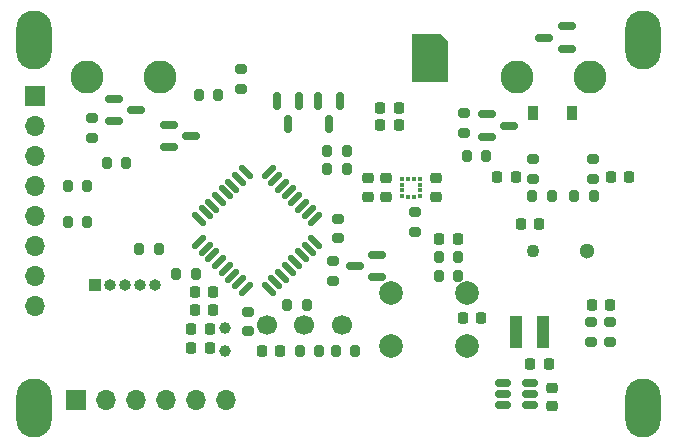
<source format=gbr>
%TF.GenerationSoftware,KiCad,Pcbnew,6.0.2-1.fc35*%
%TF.CreationDate,2022-05-07T18:41:26+02:00*%
%TF.ProjectId,LEDnode,4c45446e-6f64-4652-9e6b-696361645f70,rev?*%
%TF.SameCoordinates,Original*%
%TF.FileFunction,Soldermask,Bot*%
%TF.FilePolarity,Negative*%
%FSLAX46Y46*%
G04 Gerber Fmt 4.6, Leading zero omitted, Abs format (unit mm)*
G04 Created by KiCad (PCBNEW 6.0.2-1.fc35) date 2022-05-07 18:41:26*
%MOMM*%
%LPD*%
G01*
G04 APERTURE LIST*
G04 Aperture macros list*
%AMRoundRect*
0 Rectangle with rounded corners*
0 $1 Rounding radius*
0 $2 $3 $4 $5 $6 $7 $8 $9 X,Y pos of 4 corners*
0 Add a 4 corners polygon primitive as box body*
4,1,4,$2,$3,$4,$5,$6,$7,$8,$9,$2,$3,0*
0 Add four circle primitives for the rounded corners*
1,1,$1+$1,$2,$3*
1,1,$1+$1,$4,$5*
1,1,$1+$1,$6,$7*
1,1,$1+$1,$8,$9*
0 Add four rect primitives between the rounded corners*
20,1,$1+$1,$2,$3,$4,$5,0*
20,1,$1+$1,$4,$5,$6,$7,0*
20,1,$1+$1,$6,$7,$8,$9,0*
20,1,$1+$1,$8,$9,$2,$3,0*%
%AMOutline5P*
0 Free polygon, 5 corners , with rotation*
0 The origin of the aperture is its center*
0 number of corners: always 5*
0 $1 to $10 corner X, Y*
0 $11 Rotation angle, in degrees counterclockwise*
0 create outline with 5 corners*
4,1,5,$1,$2,$3,$4,$5,$6,$7,$8,$9,$10,$1,$2,$11*%
%AMOutline6P*
0 Free polygon, 6 corners , with rotation*
0 The origin of the aperture is its center*
0 number of corners: always 6*
0 $1 to $12 corner X, Y*
0 $13 Rotation angle, in degrees counterclockwise*
0 create outline with 6 corners*
4,1,6,$1,$2,$3,$4,$5,$6,$7,$8,$9,$10,$11,$12,$1,$2,$13*%
%AMOutline7P*
0 Free polygon, 7 corners , with rotation*
0 The origin of the aperture is its center*
0 number of corners: always 7*
0 $1 to $14 corner X, Y*
0 $15 Rotation angle, in degrees counterclockwise*
0 create outline with 7 corners*
4,1,7,$1,$2,$3,$4,$5,$6,$7,$8,$9,$10,$11,$12,$13,$14,$1,$2,$15*%
%AMOutline8P*
0 Free polygon, 8 corners , with rotation*
0 The origin of the aperture is its center*
0 number of corners: always 8*
0 $1 to $16 corner X, Y*
0 $17 Rotation angle, in degrees counterclockwise*
0 create outline with 8 corners*
4,1,8,$1,$2,$3,$4,$5,$6,$7,$8,$9,$10,$11,$12,$13,$14,$15,$16,$1,$2,$17*%
G04 Aperture macros list end*
%ADD10Outline5P,-1.500000X2.000000X1.500000X2.000000X1.500000X-2.000000X-0.900000X-2.000000X-1.500000X-1.400000X180.000000*%
%ADD11C,2.000000*%
%ADD12RoundRect,0.200000X-0.275000X0.200000X-0.275000X-0.200000X0.275000X-0.200000X0.275000X0.200000X0*%
%ADD13RoundRect,0.200000X0.200000X0.275000X-0.200000X0.275000X-0.200000X-0.275000X0.200000X-0.275000X0*%
%ADD14RoundRect,0.150000X-0.587500X-0.150000X0.587500X-0.150000X0.587500X0.150000X-0.587500X0.150000X0*%
%ADD15C,2.800000*%
%ADD16C,1.100000*%
%ADD17C,1.300000*%
%ADD18RoundRect,1.500000X0.000000X-1.000000X0.000000X-1.000000X0.000000X1.000000X0.000000X1.000000X0*%
%ADD19R,1.700000X1.700000*%
%ADD20O,1.700000X1.700000*%
%ADD21C,1.700000*%
%ADD22C,1.000000*%
%ADD23R,1.000000X1.000000*%
%ADD24O,1.000000X1.000000*%
%ADD25RoundRect,0.200000X0.275000X-0.200000X0.275000X0.200000X-0.275000X0.200000X-0.275000X-0.200000X0*%
%ADD26RoundRect,0.225000X0.225000X0.250000X-0.225000X0.250000X-0.225000X-0.250000X0.225000X-0.250000X0*%
%ADD27RoundRect,0.150000X0.587500X0.150000X-0.587500X0.150000X-0.587500X-0.150000X0.587500X-0.150000X0*%
%ADD28RoundRect,0.225000X-0.225000X-0.250000X0.225000X-0.250000X0.225000X0.250000X-0.225000X0.250000X0*%
%ADD29RoundRect,0.150000X-0.150000X0.587500X-0.150000X-0.587500X0.150000X-0.587500X0.150000X0.587500X0*%
%ADD30RoundRect,0.225000X0.250000X-0.225000X0.250000X0.225000X-0.250000X0.225000X-0.250000X-0.225000X0*%
%ADD31RoundRect,0.200000X-0.200000X-0.275000X0.200000X-0.275000X0.200000X0.275000X-0.200000X0.275000X0*%
%ADD32RoundRect,0.225000X-0.250000X0.225000X-0.250000X-0.225000X0.250000X-0.225000X0.250000X0.225000X0*%
%ADD33RoundRect,0.150000X0.512500X0.150000X-0.512500X0.150000X-0.512500X-0.150000X0.512500X-0.150000X0*%
%ADD34R,0.375000X0.350000*%
%ADD35R,0.350000X0.375000*%
%ADD36R,0.900000X1.200000*%
%ADD37R,1.000000X2.750000*%
%ADD38RoundRect,0.125000X-0.353553X-0.530330X0.530330X0.353553X0.353553X0.530330X-0.530330X-0.353553X0*%
%ADD39RoundRect,0.125000X0.353553X-0.530330X0.530330X-0.353553X-0.353553X0.530330X-0.530330X0.353553X0*%
G04 APERTURE END LIST*
D10*
%TO.C,H5*%
X111700000Y-72650000D03*
%TD*%
D11*
%TO.C,SW3*%
X114900000Y-97100000D03*
X108400000Y-97100000D03*
X114900000Y-92600000D03*
X108400000Y-92600000D03*
%TD*%
D12*
%TO.C,R27*%
X83150000Y-77775000D03*
X83150000Y-79425000D03*
%TD*%
D13*
%TO.C,R26*%
X86025000Y-81600000D03*
X84375000Y-81600000D03*
%TD*%
D14*
%TO.C,Q7*%
X85012500Y-78050000D03*
X85012500Y-76150000D03*
X86887500Y-77100000D03*
%TD*%
D15*
%TO.C,J1*%
X82700000Y-74250000D03*
X88900000Y-74250000D03*
X119100000Y-74250000D03*
X125300000Y-74250000D03*
%TD*%
D16*
%TO.C,SW1*%
X120500000Y-89000000D03*
D17*
X125000000Y-89000000D03*
%TD*%
D18*
%TO.C,H4*%
X78200000Y-71200000D03*
%TD*%
D19*
%TO.C,J3*%
X81750000Y-101650000D03*
D20*
X84290000Y-101650000D03*
X86830000Y-101650000D03*
X89370000Y-101650000D03*
X91910000Y-101650000D03*
X94450000Y-101650000D03*
%TD*%
D18*
%TO.C,H3*%
X129800000Y-102300000D03*
%TD*%
D21*
%TO.C,SW2*%
X97900000Y-95300000D03*
X101100000Y-95300000D03*
X104300000Y-95300000D03*
%TD*%
D18*
%TO.C,H1*%
X129800000Y-71200000D03*
%TD*%
D19*
%TO.C,J4*%
X78300000Y-75900000D03*
D20*
X78300000Y-78440000D03*
X78300000Y-80980000D03*
X78300000Y-83520000D03*
X78300000Y-86060000D03*
X78300000Y-88600000D03*
X78300000Y-91140000D03*
X78300000Y-93680000D03*
%TD*%
D22*
%TO.C,Y1*%
X94400000Y-95550000D03*
X94400000Y-97450000D03*
%TD*%
D23*
%TO.C,J2*%
X83350000Y-91900000D03*
D24*
X84620000Y-91900000D03*
X85890000Y-91900000D03*
X87160000Y-91900000D03*
X88430000Y-91900000D03*
%TD*%
D18*
%TO.C,H2*%
X78200000Y-102300000D03*
%TD*%
D25*
%TO.C,R10*%
X125500000Y-82925000D03*
X125500000Y-81275000D03*
%TD*%
D26*
%TO.C,C7*%
X93375000Y-94000000D03*
X91825000Y-94000000D03*
%TD*%
%TO.C,C8*%
X93075000Y-97200000D03*
X91525000Y-97200000D03*
%TD*%
D27*
%TO.C,Q5*%
X123300000Y-70000000D03*
X123300000Y-71900000D03*
X121425000Y-70950000D03*
%TD*%
D26*
%TO.C,C6*%
X93375000Y-92500000D03*
X91825000Y-92500000D03*
%TD*%
D14*
%TO.C,Q1*%
X89662500Y-80250000D03*
X89662500Y-78350000D03*
X91537500Y-79300000D03*
%TD*%
D28*
%TO.C,C17*%
X127025000Y-82800000D03*
X128575000Y-82800000D03*
%TD*%
D29*
%TO.C,Q2*%
X98750000Y-76362500D03*
X100650000Y-76362500D03*
X99700000Y-78237500D03*
%TD*%
D13*
%TO.C,R18*%
X93825000Y-75800000D03*
X92175000Y-75800000D03*
%TD*%
D26*
%TO.C,C15*%
X120975000Y-86700000D03*
X119425000Y-86700000D03*
%TD*%
D30*
%TO.C,C3*%
X122100000Y-102175000D03*
X122100000Y-100625000D03*
%TD*%
D31*
%TO.C,R17*%
X81075000Y-83500000D03*
X82725000Y-83500000D03*
%TD*%
D32*
%TO.C,C14*%
X108025000Y-82875000D03*
X108025000Y-84425000D03*
%TD*%
D25*
%TO.C,R11*%
X120500000Y-82925000D03*
X120500000Y-81275000D03*
%TD*%
D28*
%TO.C,C19*%
X112525000Y-88000000D03*
X114075000Y-88000000D03*
%TD*%
D13*
%TO.C,R1*%
X122050000Y-84400000D03*
X120400000Y-84400000D03*
%TD*%
D25*
%TO.C,R15*%
X127000000Y-96725000D03*
X127000000Y-95075000D03*
%TD*%
D27*
%TO.C,Q4*%
X107237500Y-89350000D03*
X107237500Y-91250000D03*
X105362500Y-90300000D03*
%TD*%
D32*
%TO.C,C13*%
X106525000Y-82875000D03*
X106525000Y-84425000D03*
%TD*%
D28*
%TO.C,C16*%
X117450000Y-82800000D03*
X119000000Y-82800000D03*
%TD*%
D13*
%TO.C,R6*%
X114125000Y-91100000D03*
X112475000Y-91100000D03*
%TD*%
D26*
%TO.C,C1*%
X116100000Y-94700000D03*
X114550000Y-94700000D03*
%TD*%
D33*
%TO.C,U4*%
X120175000Y-100200000D03*
X120175000Y-101150000D03*
X120175000Y-102100000D03*
X117900000Y-102100000D03*
X117900000Y-101150000D03*
X117900000Y-100200000D03*
%TD*%
D31*
%TO.C,R7*%
X123975000Y-84400000D03*
X125625000Y-84400000D03*
%TD*%
D13*
%TO.C,R21*%
X104675000Y-82050000D03*
X103025000Y-82050000D03*
%TD*%
D26*
%TO.C,C9*%
X93075000Y-95600000D03*
X91525000Y-95600000D03*
%TD*%
%TO.C,C11*%
X109087011Y-76875000D03*
X107537011Y-76875000D03*
%TD*%
D31*
%TO.C,R16*%
X81075000Y-86600000D03*
X82725000Y-86600000D03*
%TD*%
D12*
%TO.C,R25*%
X103950000Y-86275000D03*
X103950000Y-87925000D03*
%TD*%
D14*
%TO.C,Q6*%
X116525000Y-79350000D03*
X116525000Y-77450000D03*
X118400000Y-78400000D03*
%TD*%
D34*
%TO.C,U6*%
X110887500Y-82900000D03*
X110887500Y-83400000D03*
X110887500Y-83900000D03*
X110887500Y-84400000D03*
D35*
X110375000Y-84412500D03*
X109875000Y-84412500D03*
D34*
X109362500Y-84400000D03*
X109362500Y-83900000D03*
X109362500Y-83400000D03*
X109362500Y-82900000D03*
D35*
X109875000Y-82887500D03*
X110375000Y-82887500D03*
%TD*%
D26*
%TO.C,C20*%
X126975000Y-93600000D03*
X125425000Y-93600000D03*
%TD*%
D28*
%TO.C,C4*%
X120250000Y-98600000D03*
X121800000Y-98600000D03*
%TD*%
D26*
%TO.C,C18*%
X99075000Y-97500000D03*
X97525000Y-97500000D03*
%TD*%
D12*
%TO.C,R20*%
X110500000Y-85725000D03*
X110500000Y-87375000D03*
%TD*%
D13*
%TO.C,R5*%
X101325000Y-93600000D03*
X99675000Y-93600000D03*
%TD*%
D36*
%TO.C,D1*%
X123750000Y-77300000D03*
X120450000Y-77300000D03*
%TD*%
D13*
%TO.C,R22*%
X88775000Y-88850000D03*
X87125000Y-88850000D03*
%TD*%
D25*
%TO.C,R3*%
X96300000Y-95825000D03*
X96300000Y-94175000D03*
%TD*%
D26*
%TO.C,C10*%
X109087011Y-78375000D03*
X107537011Y-78375000D03*
%TD*%
D25*
%TO.C,R14*%
X125400000Y-96725000D03*
X125400000Y-95075000D03*
%TD*%
D29*
%TO.C,Q3*%
X102250000Y-76362500D03*
X104150000Y-76362500D03*
X103200000Y-78237500D03*
%TD*%
D30*
%TO.C,C12*%
X112225000Y-84425000D03*
X112225000Y-82875000D03*
%TD*%
D31*
%TO.C,R4*%
X90250000Y-91000000D03*
X91900000Y-91000000D03*
%TD*%
%TO.C,R19*%
X103025000Y-80550000D03*
X104675000Y-80550000D03*
%TD*%
D13*
%TO.C,R12*%
X114125000Y-89500000D03*
X112475000Y-89500000D03*
%TD*%
D25*
%TO.C,R13*%
X114600000Y-79025000D03*
X114600000Y-77375000D03*
%TD*%
D13*
%TO.C,R9*%
X105425000Y-97500000D03*
X103775000Y-97500000D03*
%TD*%
D12*
%TO.C,R23*%
X95750000Y-73625000D03*
X95750000Y-75275000D03*
%TD*%
D31*
%TO.C,R2*%
X100700000Y-97500000D03*
X102350000Y-97500000D03*
%TD*%
D37*
%TO.C,L1*%
X119000000Y-95900000D03*
X121300000Y-95900000D03*
%TD*%
D38*
%TO.C,U1*%
X96127728Y-92232070D03*
X95562043Y-91666384D03*
X94996357Y-91100699D03*
X94430672Y-90535014D03*
X93864986Y-89969328D03*
X93299301Y-89403643D03*
X92733616Y-88837957D03*
X92167930Y-88272272D03*
D39*
X92167930Y-86327728D03*
X92733616Y-85762043D03*
X93299301Y-85196357D03*
X93864986Y-84630672D03*
X94430672Y-84064986D03*
X94996357Y-83499301D03*
X95562043Y-82933616D03*
X96127728Y-82367930D03*
D38*
X98072272Y-82367930D03*
X98637957Y-82933616D03*
X99203643Y-83499301D03*
X99769328Y-84064986D03*
X100335014Y-84630672D03*
X100900699Y-85196357D03*
X101466384Y-85762043D03*
X102032070Y-86327728D03*
D39*
X102032070Y-88272272D03*
X101466384Y-88837957D03*
X100900699Y-89403643D03*
X100335014Y-89969328D03*
X99769328Y-90535014D03*
X99203643Y-91100699D03*
X98637957Y-91666384D03*
X98072272Y-92232070D03*
%TD*%
D12*
%TO.C,R24*%
X103500000Y-89875000D03*
X103500000Y-91525000D03*
%TD*%
D31*
%TO.C,R8*%
X114850000Y-81000000D03*
X116500000Y-81000000D03*
%TD*%
M02*

</source>
